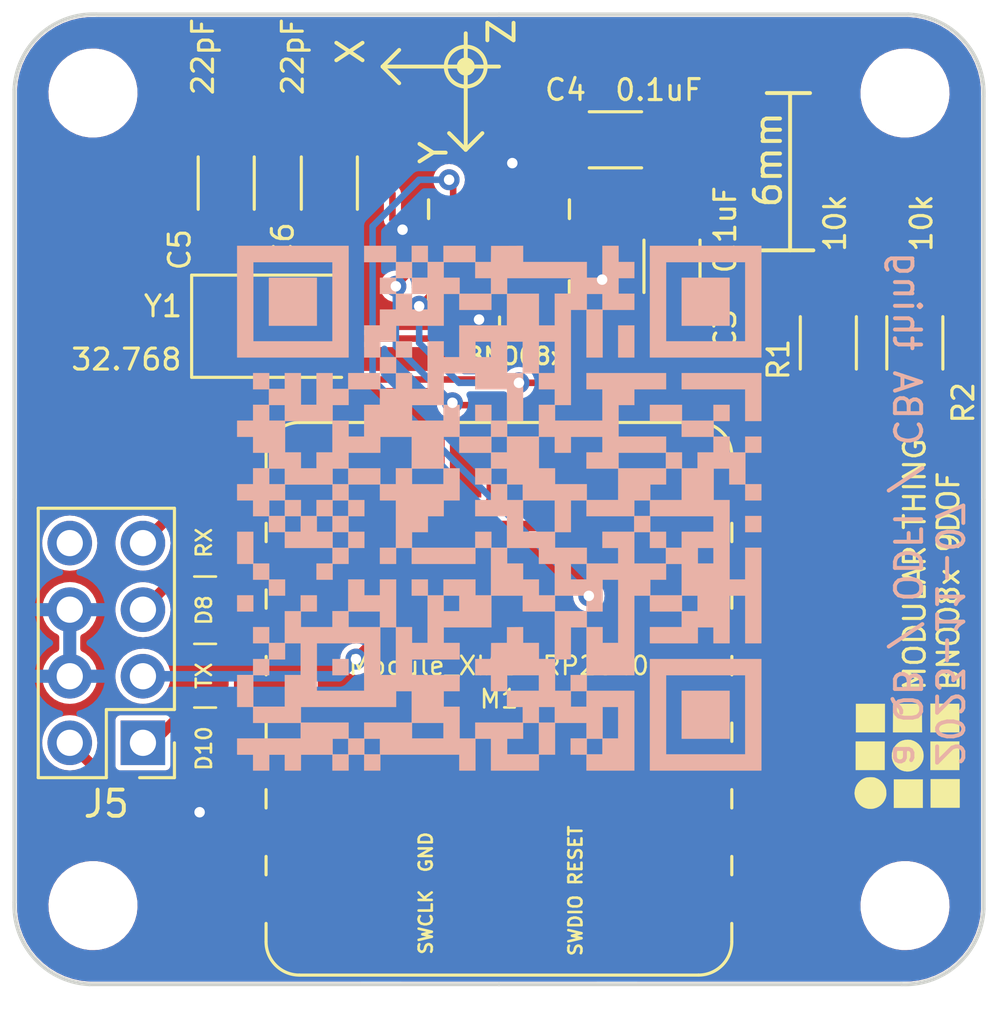
<source format=kicad_pcb>
(kicad_pcb (version 20221018) (generator pcbnew)
  (layers (0 "F.Cu" signal) (31 "B.Cu" signal) (34 "B.Paste" user) (35 "F.Paste" user) (36 "B.SilkS" user "B.Silkscreen") (37 "F.SilkS" user "F.Silkscreen") (38 "B.Mask" user) (39 "F.Mask" user) (44 "Edge.Cuts" user))
  (net 0 "")
  (net 1 "PWR_GND")
  (net 2 "B_P3")
  (net 3 "B_P2")
  (net 11 "PWR_5V")
  (net 12 "PWR_3V3")
  (net 15 "B_TX")
  (net 16 "B_RX")
  (net 18 "SDA")
  (net 19 "SCL")
  (net 21 "Net-(U2-CAP)")
  (net 22 "Net-(U2-XIN32)")
  (net 23 "Net-(U2-XOUT32{slash}CLKSEL1)")
  (net 26 "INT")
  (footprint "fab:C_1206" (layer "F.Cu") (at 144.145 49.784 180)
    (fp_text reference "C4" (at 1.905 1.905) (layer "F.SilkS") (effects (font (size 0.8 0.8) (thickness 0.12))))
    (fp_text value "0.1uF" (at -1.651 1.9) (layer "F.SilkS") (effects (font (size 0.8 0.8) (thickness 0.12))))
    (pad "1" smd rect (at -2 0 180) (size 2 1.7) (layers "F.Cu" "F.Paste" "F.Mask") (net 1 "PWR_GND"))
    (pad "2" smd rect (at 2 0 180) (size 2 1.7) (layers "F.Cu" "F.Paste" "F.Mask") (net 21 "Net-(U2-CAP)"))
  )
  (footprint "fab:Crystal_NX5032GA-20" (layer "F.Cu") (at 131.191 56.896)
    (fp_text reference "Y1" (at -4.318 -0.762) (layer "F.SilkS") (effects (font (size 0.8 0.8) (thickness 0.12))))
    (fp_text value "32.768" (at -5.715 1.27) (layer "F.SilkS") (effects (font (size 0.8 0.8) (thickness 0.12))))
    (pad "1" smd rect (at -2 0) (size 2 2.4) (layers "F.Cu" "F.Paste" "F.Mask") (net 22 "Net-(U2-XIN32)"))
    (pad "2" smd rect (at 2 0) (size 2 2.4) (layers "F.Cu" "F.Paste" "F.Mask") (net 23 "Net-(U2-XOUT32{slash}CLKSEL1)"))
  )
  (footprint "fab:Mounting_NEMA17" (layer "F.Cu") (at 139.7 63.5)
    (fp_text reference "REF**" hide)
    (fp_text value "Mounting_NEMA17" hide)
    (pad "" np_thru_hole circle locked (at -15.5 -15.5) (size 3.2 3.2) (drill 3.2) (layers "F&B.Cu" "*.Mask"))
    (pad "" np_thru_hole circle locked (at -15.5 15.5) (size 3.2 3.2) (drill 3.2) (layers "F&B.Cu" "*.Mask"))
    (pad "" np_thru_hole circle locked (at 15.5 -15.5) (size 3.2 3.2) (drill 3.2) (layers "F&B.Cu" "*.Mask"))
    (pad "" np_thru_hole circle locked (at 15.5 15.5) (size 3.2 3.2) (drill 3.2) (layers "F&B.Cu" "*.Mask"))
  )
  (footprint "fab:C_1206" (layer "F.Cu") (at 133.223 51.435 90)
    (fp_text reference "C6" (at -2.286 -1.778 90) (layer "F.SilkS") (effects (font (size 0.8 0.8) (thickness 0.12))))
    (fp_text value "22pF" (at 4.826 -1.397 90) (layer "F.SilkS") (effects (font (size 0.8 0.8) (thickness 0.12))))
    (pad "1" smd rect (at -2 0 90) (size 2 1.7) (layers "F.Cu" "F.Paste" "F.Mask") (net 23 "Net-(U2-XOUT32{slash}CLKSEL1)"))
    (pad "2" smd rect (at 2 0 90) (size 2 1.7) (layers "F.Cu" "F.Paste" "F.Mask") (net 1 "PWR_GND"))
  )
  (footprint "fab:SeeedStudio_XIAO_RP2040_SMD" (layer "F.Cu") (at 139.7 71.12 180)
    (fp_text reference "M1" (at 0 0 unlocked) (layer "F.SilkS") (effects (font (size 0.7 0.7) (thickness 0.1))))
    (fp_text value "Module_XIAO-RP2040" (at 0.005 1.27 unlocked) (layer "F.SilkS") (effects (font (size 0.7 0.7) (thickness 0.1))))
    (fp_text user "SWCLK" (at 2.794 -8.509 90 unlocked) (layer "F.SilkS") (effects (font (size 0.5 0.5) (thickness 0.1) bold)))
    (fp_text user "GND" (at 2.794 -5.842 90 unlocked) (layer "F.SilkS") (effects (font (size 0.5 0.5) (thickness 0.1) bold)))
    (fp_text user "SWDIO" (at -2.921 -8.636 90 unlocked) (layer "F.SilkS") (effects (font (size 0.5 0.5) (thickness 0.1) bold)))
    (fp_text user "RESET" (at -2.921 -5.969 90 unlocked) (layer "F.SilkS") (effects (font (size 0.5 0.5) (thickness 0.1) bold)))
    (pad "1" smd rect (at -7.615 -7.62 180) (size 3 1.6) (drill (offset -1 0)) (layers "F.Cu" "F.Paste" "F.Mask"))
    (pad "2" smd rect (at -7.615 -5.08 180) (size 3 1.6) (drill (offset -1 0)) (layers "F.Cu" "F.Paste" "F.Mask"))
    (pad "3" smd rect (at -7.615 -2.54 180) (size 3 1.6) (drill (offset -1 0)) (layers "F.Cu" "F.Paste" "F.Mask"))
    (pad "4" smd rect (at -7.615 0 180) (size 3 1.6) (drill (offset -1 0)) (layers "F.Cu" "F.Paste" "F.Mask") (net 26 "INT"))
    (pad "5" smd rect (at -7.615 2.54 180) (size 3 1.6) (drill (offset -1 0)) (layers "F.Cu" "F.Paste" "F.Mask") (net 18 "SDA"))
    (pad "6" smd rect (at -7.615 5.08 180) (size 3 1.6) (drill (offset -1 0)) (layers "F.Cu" "F.Paste" "F.Mask") (net 19 "SCL"))
    (pad "7" smd rect (at -7.615 7.62 180) (size 3 1.6) (drill (offset -1 0)) (layers "F.Cu" "F.Paste" "F.Mask") (net 15 "B_TX"))
    (pad "8" smd rect (at 7.62 7.62 180) (size 3 1.6) (drill (offset 1 0)) (layers "F.Cu" "F.Paste" "F.Mask") (net 16 "B_RX"))
    (pad "9" smd rect (at 7.62 5.08 180) (size 3 1.6) (drill (offset 1 0)) (layers "F.Cu" "F.Paste" "F.Mask") (net 3 "B_P2"))
    (pad "10" smd rect (at 7.62 2.54 180) (size 3 1.6) (drill (offset 1 0)) (layers "F.Cu" "F.Paste" "F.Mask"))
    (pad "11" smd rect (at 7.62 0 180) (size 3 1.6) (drill (offset 1 0)) (layers "F.Cu" "F.Paste" "F.Mask") (net 2 "B_P3"))
    (pad "12" smd rect (at 7.62 -2.54 180) (size 3 1.6) (drill (offset 1 0)) (layers "F.Cu" "F.Paste" "F.Mask") (net 12 "PWR_3V3"))
    (pad "13" smd rect (at 7.62 -5.08 180) (size 3 1.6) (drill (offset 1 0)) (layers "F.Cu" "F.Paste" "F.Mask") (net 1 "PWR_GND"))
    (pad "14" smd rect (at 7.62 -7.62 180) (size 3 1.6) (drill (offset 1 0)) (layers "F.Cu" "F.Paste" "F.Mask") (net 11 "PWR_5V"))
    (pad "15" smd rect (at 1.275 8.89 90) (size 2.4 1.2) (layers "F.Cu" "F.Paste" "F.Mask"))
    (pad "16" smd rect (at -1.265 8.89 90) (size 2.4 1.2) (layers "F.Cu" "F.Paste" "F.Mask"))
    (pad "17" smd circle (at -1.27 -8.5 180) (size 1.2 1.2) (layers "F.Cu" "F.Paste" "F.Mask"))
    (pad "18" smd circle (at -1.27 -5.96 180) (size 1.2 1.2) (layers "F.Cu" "F.Paste" "F.Mask"))
    (pad "19" smd circle (at 1.27 -5.96 180) (size 1.2 1.2) (layers "F.Cu" "F.Paste" "F.Mask"))
    (pad "20" smd circle (at 1.27 -8.5 180) (size 1.2 1.2) (layers "F.Cu" "F.Paste" "F.Mask"))
    (zone (net 0) (net_name "") (layers "F.Cu" "F.Paste" "F.Mask" "User.1") (name "USB_MECHA") (connect_pads (clearance 0)) (min_thickness 0.25)
      (keepout (tracks not_allowed) (vias not_allowed) (pads not_allowed) (copperpour not_allowed) (footprints not_allowed))
      (fill (thermal_gap 0.5) (thermal_bridge_width 0.5))
      (polygon (pts (xy 135.9 77.62) (xy 134.5 77.62) (xy 134.5 75.42) (xy 135.9 75.42)))
    )
    (zone (net 0) (net_name "") (layers "F.Cu" "F.Paste" "F.Mask" "User.1") (name "USB_MECHA") (connect_pads (clearance 0)) (min_thickness 0.25)
      (keepout (tracks not_allowed) (vias not_allowed) (pads not_allowed) (copperpour not_allowed) (footprints not_allowed))
      (fill (thermal_gap 0.5) (thermal_bridge_width 0.5))
      (polygon (pts (xy 135.9 81.67) (xy 134.5 81.67) (xy 134.5 79.62) (xy 135.9 79.62)))
    )
    (zone (net 0) (net_name "") (layers "F.Cu" "F.Paste" "F.Mask" "User.1") (name "USB_MECHA") (connect_pads (clearance 0)) (min_thickness 0.25)
      (keepout (tracks not_allowed) (vias not_allowed) (pads not_allowed) (copperpour not_allowed) (footprints not_allowed))
      (fill (thermal_gap 0.5) (thermal_bridge_width 0.5))
      (polygon (pts (xy 144.9 77.62) (xy 143.5 77.62) (xy 143.5 75.42) (xy 144.9 75.42)))
    )
    (zone (net 0) (net_name "") (layers "F.Cu" "F.Paste" "F.Mask" "User.1") (name "USB_MECHA") (connect_pads (clearance 0)) (min_thickness 0.25)
      (keepout (tracks not_allowed) (vias not_allowed) (pads not_allowed) (copperpour not_allowed) (footprints not_allowed))
      (fill (thermal_gap 0.5) (thermal_bridge_width 0.5))
      (polygon (pts (xy 144.9 81.67) (xy 143.5 81.67) (xy 143.5 79.62) (xy 144.9 79.62)))
    )
  )
  (footprint "fab:R_1206" (layer "F.Cu") (at 155.575 57.531 -90)
    (fp_text reference "R2" (at 2.286 -1.85 90) (layer "F.SilkS") (effects (font (size 0.8 0.8) (thickness 0.12))))
    (fp_text value "10k" (at -4.572 -0.254 90) (layer "F.SilkS") (effects (font (size 0.8 0.8) (thickness 0.12))))
    (pad "1" smd rect (at -2 0 270) (size 2 1.7) (layers "F.Cu" "F.Paste" "F.Mask") (net 12 "PWR_3V3"))
    (pad "2" smd rect (at 2 0 270) (size 2 1.7) (layers "F.Cu" "F.Paste" "F.Mask") (net 18 "SDA"))
  )
  (footprint "fab:PinHeader_2x04_P2.54mm_Vertical_pinch" (layer "F.Cu") (at 125.98 72.79 180)
    (fp_text reference "J5" (at 1.27 -2.33) (layer "F.SilkS"))
    (fp_text value "Conn_02x04_Odd_Even" hide)
    (pad "1" thru_hole rect (at -0.127 0 180) (size 1.7 1.7) (drill 1) (layers "*.Cu" "*.Mask") (net 2 "B_P3"))
    (pad "2" thru_hole oval (at 2.667 0 180) (size 1.7 1.7) (drill 1) (layers "*.Cu" "*.Mask") (net 11 "PWR_5V"))
    (pad "3" thru_hole oval (at -0.127 2.54 180) (size 1.7 1.7) (drill 1) (layers "*.Cu" "*.Mask") (net 15 "B_TX"))
    (pad "4" thru_hole oval (at 2.667 2.54 180) (size 1.7 1.7) (drill 1) (layers "*.Cu" "*.Mask") (net 1 "PWR_GND"))
    (pad "5" thru_hole oval (at -0.127 5.08 180) (size 1.7 1.7) (drill 1) (layers "*.Cu" "*.Mask") (net 3 "B_P2"))
    (pad "6" thru_hole oval (at 2.667 5.08 180) (size 1.7 1.7) (drill 1) (layers "*.Cu" "*.Mask") (net 1 "PWR_GND"))
    (pad "7" thru_hole oval (at -0.127 7.62 180) (size 1.7 1.7) (drill 1) (layers "*.Cu" "*.Mask") (net 16 "B_RX"))
    (pad "8" thru_hole oval (at 2.667 7.62 180) (size 1.7 1.7) (drill 1) (layers "*.Cu" "*.Mask"))
  )
  (footprint "fab:R_1206" (layer "F.Cu") (at 152.273 57.531 -90)
    (fp_text reference "R1" (at 0.635 1.905 90) (layer "F.SilkS") (effects (font (size 0.8 0.8) (thickness 0.12))))
    (fp_text value "10k" (at -4.572 -0.254 90) (layer "F.SilkS") (effects (font (size 0.8 0.8) (thickness 0.12))))
    (pad "1" smd rect (at -2 0 270) (size 2 1.7) (layers "F.Cu" "F.Paste" "F.Mask") (net 12 "PWR_3V3"))
    (pad "2" smd rect (at 2 0 270) (size 2 1.7) (layers "F.Cu" "F.Paste" "F.Mask") (net 19 "SCL"))
  )
  (footprint "BNO080:IC_BNO080" (layer "F.Cu") (at 139.7 53.975 180)
    (fp_text reference "U2" (at -0.508 -2.921) (layer "F.SilkS") (effects (font (size 0.64 0.64) (thickness 0.12))))
    (fp_text value "BNO08x" (at -0.635 -4.064) (layer "F.SilkS") (effects (font (size 0.64 0.64) (thickness 0.12))))
    (pad "1" smd rect (at -2.25 -1.5625 270) (size 0.675 0.25) (layers "F.Cu" "F.Paste" "F.Mask"))
    (pad "2" smd rect (at -2.3125 -0.75 180) (size 0.575 0.25) (layers "F.Cu" "F.Paste" "F.Mask") (net 1 "PWR_GND"))
    (pad "3" smd rect (at -2.3125 -0.25 180) (size 0.575 0.25) (layers "F.Cu" "F.Paste" "F.Mask") (net 12 "PWR_3V3"))
    (pad "4" smd rect (at -2.3125 0.25 180) (size 0.575 0.25) (layers "F.Cu" "F.Paste" "F.Mask") (net 12 "PWR_3V3"))
    (pad "5" smd rect (at -2.3125 0.75 180) (size 0.575 0.25) (layers "F.Cu" "F.Paste" "F.Mask"))
    (pad "6" smd rect (at -2.25 1.5625 90) (size 0.675 0.25) (layers "F.Cu" "F.Paste" "F.Mask"))
    (pad "7" smd rect (at -1.75 1.5625 90) (size 0.675 0.25) (layers "F.Cu" "F.Paste" "F.Mask"))
    (pad "8" smd rect (at -1.25 1.5625 90) (size 0.675 0.25) (layers "F.Cu" "F.Paste" "F.Mask"))
    (pad "9" smd rect (at -0.75 1.5625 90) (size 0.675 0.25) (layers "F.Cu" "F.Paste" "F.Mask") (net 21 "Net-(U2-CAP)"))
    (pad "10" smd rect (at -0.25 1.5625 90) (size 0.675 0.25) (layers "F.Cu" "F.Paste" "F.Mask") (net 1 "PWR_GND"))
    (pad "11" smd rect (at 0.25 1.5625 90) (size 0.675 0.25) (layers "F.Cu" "F.Paste" "F.Mask") (net 12 "PWR_3V3"))
    (pad "12" smd rect (at 0.75 1.5625 90) (size 0.675 0.25) (layers "F.Cu" "F.Paste" "F.Mask"))
    (pad "13" smd rect (at 1.25 1.5625 90) (size 0.675 0.25) (layers "F.Cu" "F.Paste" "F.Mask"))
    (pad "14" smd rect (at 1.75 1.5625 90) (size 0.675 0.25) (layers "F.Cu" "F.Paste" "F.Mask") (net 26 "INT"))
    (pad "15" smd rect (at 2.25 1.5625 90) (size 0.675 0.25) (layers "F.Cu" "F.Paste" "F.Mask"))
    (pad "16" smd rect (at 2.3125 0.75) (size 0.575 0.25) (layers "F.Cu" "F.Paste" "F.Mask"))
    (pad "17" smd rect (at 2.3125 0.25) (size 0.575 0.25) (layers "F.Cu" "F.Paste" "F.Mask") (net 1 "PWR_GND"))
    (pad "18" smd rect (at 2.3125 -0.25) (size 0.575 0.25) (layers "F.Cu" "F.Paste" "F.Mask") (net 12 "PWR_3V3"))
    (pad "19" smd rect (at 2.3125 -0.75) (size 0.575 0.25) (layers "F.Cu" "F.Paste" "F.Mask") (net 19 "SCL"))
    (pad "20" smd rect (at 2.25 -1.5625 270) (size 0.675 0.25) (layers "F.Cu" "F.Paste" "F.Mask") (net 18 "SDA"))
    (pad "21" smd rect (at 1.75 -1.5625 270) (size 0.675 0.25) (layers "F.Cu" "F.Paste" "F.Mask"))
    (pad "22" smd rect (at 1.25 -1.5625 270) (size 0.675 0.25) (layers "F.Cu" "F.Paste" "F.Mask"))
    (pad "23" smd rect (at 0.75 -1.5625 270) (size 0.675 0.25) (layers "F.Cu" "F.Paste" "F.Mask"))
    (pad "24" smd rect (at 0.25 -1.5625 270) (size 0.675 0.25) (layers "F.Cu" "F.Paste" "F.Mask"))
    (pad "25" smd rect (at -0.25 -1.5625 270) (size 0.675 0.25) (layers "F.Cu" "F.Paste" "F.Mask") (net 1 "PWR_GND"))
    (pad "26" smd rect (at -0.75 -1.5625 270) (size 0.675 0.25) (layers "F.Cu" "F.Paste" "F.Mask") (net 23 "Net-(U2-XOUT32{slash}CLKSEL1)"))
    (pad "27" smd rect (at -1.25 -1.5625 270) (size 0.675 0.25) (layers "F.Cu" "F.Paste" "F.Mask") (net 22 "Net-(U2-XIN32)"))
    (pad "28" smd rect (at -1.75 -1.5625 270) (size 0.675 0.25) (layers "F.Cu" "F.Paste" "F.Mask") (net 12 "PWR_3V3"))
  )
  (footprint "fab:cba_logo" (layer "F.Cu") (at 155.194 73.152 90)
    (fp_text reference "Ref**" hide)
    (fp_text value "Val**" hide)
  )
  (footprint "fab:C_1206" (layer "F.Cu") (at 129.286 51.435 90)
    (fp_text reference "C5" (at -2.54 -1.778 90) (layer "F.SilkS") (effects (font (size 0.8 0.8) (thickness 0.12))))
    (fp_text value "22pF" (at 4.826 -0.889 90) (layer "F.SilkS") (effects (font (size 0.8 0.8) (thickness 0.12))))
    (pad "1" smd rect (at -2 0 90) (size 2 1.7) (layers "F.Cu" "F.Paste" "F.Mask") (net 22 "Net-(U2-XIN32)"))
    (pad "2" smd rect (at 2 0 90) (size 2 1.7) (layers "F.Cu" "F.Paste" "F.Mask") (net 1 "PWR_GND"))
  )
  (footprint "fab:C_1206" (layer "F.Cu") (at 146.304 54.61 -90)
    (fp_text reference "C3" (at 2.413 -2.032 -90) (layer "F.SilkS") (effects (font (size 0.8 0.8) (thickness 0.12))))
    (fp_text value "0.1uF" (at -1.397 -2.032 -90) (layer "F.SilkS") (effects (font (size 0.8 0.8) (thickness 0.12))))
    (pad "1" smd rect (at -2 0 270) (size 2 1.7) (layers "F.Cu" "F.Paste" "F.Mask") (net 12 "PWR_3V3"))
    (pad "2" smd rect (at 2 0 270) (size 2 1.7) (layers "F.Cu" "F.Paste" "F.Mask") (net 1 "PWR_GND"))
  )
  (footprint "fab:qr_programmer" (layer "B.Cu") (at 139.7 63.5 180)
    (fp_text reference "Ref**" hide)
    (fp_text value "Val**" hide)
  )
  (gr_line (start 151.7015 54) (end 149.1615 54) (stroke (width 0.15)) (layer "F.SilkS"))
  (gr_line (start 151.5745 48) (end 149.9235 48) (stroke (width 0.15)) (layer "F.SilkS"))
  (gr_line (start 138.43 45.72) (end 138.43 50.165) (stroke (width 0.15)) (layer "F.SilkS"))
  (gr_line (start 138.43 50.165) (end 139.065 49.53) (stroke (width 0.15)) (layer "F.SilkS"))
  (gr_line (start 150.8125 48) (end 150.8125 54) (stroke (width 0.15)) (layer "F.SilkS"))
  (gr_line (start 138.43 50.165) (end 137.795 49.53) (stroke (width 0.15)) (layer "F.SilkS"))
  (gr_circle (center 138.43 46.99) (end 138.700006 46.99) (stroke (width 0.15)) (fill solid) (layer "F.SilkS"))
  (gr_circle (center 138.43 46.99) (end 139.192 46.99) (stroke (width 0.15)) (fill none) (layer "F.SilkS"))
  (gr_line (start 135.255 46.99) (end 135.89 46.355) (stroke (width 0.15)) (layer "F.SilkS"))
  (gr_line (start 139.7 46.99) (end 135.255 46.99) (stroke (width 0.15)) (layer "F.SilkS"))
  (gr_line (start 135.255 46.99) (end 135.89 47.625) (stroke (width 0.15)) (layer "F.SilkS"))
  (gr_line (start 155.329999 45) (end 139.7 45) (stroke (width 0.15)) (layer "Edge.Cuts"))
  (gr_line (start 121.2 63.5) (end 121.2 78.869999) (stroke (width 0.15)) (layer "Edge.Cuts"))
  (gr_line (start 139.7 45) (end 124.330001 45) (stroke (width 0.15)) (layer "Edge.Cuts"))
  (gr_arc (start 121.2 47.870001) (mid 122.170603 45.786756) (end 124.330001 45) (stroke (width 0.15)) (layer "Edge.Cuts"))
  (gr_line (start 158.2 63.5) (end 158.2 48.130001) (stroke (width 0.15)) (layer "Edge.Cuts"))
  (gr_line (start 124.070001 82) (end 139.7 82) (stroke (width 0.15)) (layer "Edge.Cuts"))
  (gr_line (start 158.2 79.129999) (end 158.2 63.5) (stroke (width 0.15)) (layer "Edge.Cuts"))
  (gr_arc (start 124.070001 82) (mid 121.986756 81.029396) (end 121.2 78.869999) (stroke (width 0.15)) (layer "Edge.Cuts"))
  (gr_line (start 121.2 47.870001) (end 121.2 63.5) (stroke (width 0.15)) (layer "Edge.Cuts"))
  (gr_arc (start 155.329999 45) (mid 157.413244 45.970604) (end 158.2 48.130001) (stroke (width 0.15)) (layer "Edge.Cuts"))
  (gr_arc (start 158.2 79.129999) (mid 157.229396 81.213244) (end 155.069999 82) (stroke (width 0.15)) (layer "Edge.Cuts"))
  (gr_line (start 139.7 82) (end 155.069999 82) (stroke (width 0.15)) (layer "Edge.Cuts"))
  (gr_text "2023-11-07\na QB / ODFI / CBA thing" (at 154.686 73.787 270) (layer "B.SilkS") (effects (font (size 1 1)) (justify left bottom mirror)))
  (gr_text "MODULAR THING\nBNO08x 9DOF" (at 157.3276 70.866 90) (layer "F.SilkS") (effects (font (size 0.8 0.8) (thickness 0.12)) (justify left bottom)))
  (gr_text "Z" (at 140.3858 46.228 90) (layer "F.SilkS") (effects (font (size 1 1)) (justify left bottom)))
  (gr_text "Y" (at 137.795 50.8 90) (layer "F.SilkS") (effects (font (size 1 1)) (justify left bottom)))
  (gr_text "X" (at 134.62 46.99 90) (layer "F.SilkS") (effects (font (size 1 1)) (justify left bottom)))
  (gr_text "6mm" (at 150.5585 52.451 90) (layer "F.SilkS") (effects (font (size 1 1)) (justify left bottom)))
  (gr_text "D10 | TX | D8 | RX" (at 128.778 73.914 90) (layer "F.SilkS") (effects (font (size 0.58 0.58) (thickness 0.1)) (justify left bottom)))
  (segment (start 143.244 54.725) (end 145.129 56.61) (width 0.25) (layer "F.Cu") (net 1))
  (segment (start 135.631701 52.827701) (end 135.631701 51.843701) (width 0.25) (layer "F.Cu") (net 1))
  (segment (start 129.032 76.2) (end 128.27 75.438) (width 0.4) (layer "F.Cu") (net 1))
  (segment (start 139.95 54.925) (end 139.95 55.5375) (width 0.25) (layer "F.Cu") (net 1))
  (segment (start 145.129 56.61) (end 146.304 56.61) (width 0.25) (layer "F.Cu") (net 1))
  (segment (start 137.3875 53.725) (end 136.529 53.725) (width 0.25) (layer "F.Cu") (net 1))
  (segment (start 136.529 53.725) (end 135.631701 52.827701) (width 0.25) (layer "F.Cu") (net 1))
  (segment (start 132.08 76.2) (end 129.032 76.2) (width 0.4) (layer "F.Cu") (net 1))
  (segment (start 147.701 50.292) (end 147.701 55.213) (width 0.25) (layer "F.Cu") (net 1))
  (segment (start 135.631701 51.843701) (end 133.223 49.435) (width 0.25) (layer "F.Cu") (net 1))
  (segment (start 139.458 56.642) (end 138.938 56.642) (width 0.25) (layer "F.Cu") (net 1))
  (segment (start 133.223 49.435) (end 129.286 49.435) (width 0.25) (layer "F.Cu") (net 1))
  (segment (start 147.193 49.784) (end 147.701 50.292) (width 0.25) (layer "F.Cu") (net 1))
  (segment (start 140.15 54.725) (end 139.95 54.925) (width 0.25) (layer "F.Cu") (net 1))
  (segment (start 139.95 55.5375) (end 139.95 56.15) (width 0.25) (layer "F.Cu") (net 1))
  (segment (start 142.0125 54.725) (end 140.15 54.725) (width 0.25) (layer "F.Cu") (net 1))
  (segment (start 142.0125 54.725) (end 143.244 54.725) (width 0.25) (layer "F.Cu") (net 1))
  (segment (start 139.95 56.15) (end 139.458 56.642) (width 0.25) (layer "F.Cu") (net 1))
  (segment (start 139.95 50.931) (end 140.208 50.673) (width 0.25) (layer "F.Cu") (net 1))
  (segment (start 123.313 70.25) (end 123.313 67.71) (width 0.4) (layer "F.Cu") (net 1))
  (segment (start 139.95 52.4125) (end 139.95 50.931) (width 0.25) (layer "F.Cu") (net 1))
  (segment (start 146.145 49.784) (end 147.193 49.784) (width 0.25) (layer "F.Cu") (net 1))
  (segment (start 147.701 55.213) (end 146.304 56.61) (width 0.25) (layer "F.Cu") (net 1))
  (via (at 136.017 53.213) (size 0.8) (drill 0.4) (layers "F.Cu" "B.Cu") (net 1))
  (via (at 140.208 50.673) (size 0.8) (drill 0.4) (layers "F.Cu" "B.Cu") (net 1))
  (via (at 128.27 75.438) (size 0.8) (drill 0.4) (layers "F.Cu" "B.Cu") (net 1))
  (via (at 138.938 56.642) (size 0.8) (drill 0.4) (layers "F.Cu" "B.Cu") (net 1))
  (via (at 143.637 55.118) (size 0.8) (drill 0.4) (layers "F.Cu" "B.Cu") (net 1))
  (segment (start 126.473 72.79) (end 126.107 72.79) (width 0.4) (layer "F.Cu") (net 2))
  (segment (start 128.143 71.12) (end 126.473 72.79) (width 0.4) (layer "F.Cu") (net 2))
  (segment (start 132.08 71.12) (end 128.143 71.12) (width 0.4) (layer "F.Cu") (net 2))
  (segment (start 127.777 66.04) (end 132.08 66.04) (width 0.4) (layer "F.Cu") (net 3))
  (segment (start 126.107 67.71) (end 127.777 66.04) (width 0.4) (layer "F.Cu") (net 3))
  (segment (start 123.313 72.79) (end 129.263 78.74) (width 0.4) (layer "F.Cu") (net 11))
  (segment (start 129.263 78.74) (end 132.08 78.74) (width 0.4) (layer "F.Cu") (net 11))
  (segment (start 139.319 64.516) (end 134.239 69.596) (width 0.4) (layer "F.Cu") (net 15))
  (segment (start 147.315 63.5) (end 146.299 64.516) (width 0.4) (layer "F.Cu") (net 15))
  (segment (start 146.299 64.516) (end 139.319 64.516) (width 0.4) (layer "F.Cu") (net 15))
  (via (at 134.239 69.596) (size 0.8) (drill 0.4) (layers "F.Cu" "B.Cu") (net 15))
  (segment (start 133.585 70.25) (end 134.239 69.596) (width 0.4) (layer "B.Cu") (net 15))
  (segment (start 126.107 70.25) (end 133.585 70.25) (width 0.4) (layer "B.Cu") (net 15))
  (segment (start 127.777 63.5) (end 132.08 63.5) (width 0.4) (layer "F.Cu") (net 16))
  (segment (start 126.107 65.17) (end 127.777 63.5) (width 0.4) (layer "F.Cu") (net 16))
  (segment (start 151.265 58.039) (end 150.249 59.055) (width 0.25) (layer "F.Cu") (net 18))
  (segment (start 137.45 55.5375) (end 137.2485 55.5375) (width 0.25) (layer "F.Cu") (net 18))
  (segment (start 137.2485 55.5375) (end 136.652 56.134) (width 0.25) (layer "F.Cu") (net 18))
  (segment (start 149.733 68.58) (end 153.924 64.389) (width 0.25) (layer "F.Cu") (net 18))
  (segment (start 150.249 59.055) (end 140.462 59.055) (width 0.25) (layer "F.Cu") (net 18))
  (segment (start 153.924 58.674) (end 153.289 58.039) (width 0.25) (layer "F.Cu") (net 18))
  (segment (start 153.924 64.389) (end 153.924 59.944) (width 0.25) (layer "F.Cu") (net 18))
  (segment (start 153.924 59.531) (end 155.575 59.531) (width 0.25) (layer "F.Cu") (net 18))
  (segment (start 153.924 59.944) (end 153.924 59.531) (width 0.25) (layer "F.Cu") (net 18))
  (segment (start 153.289 58.039) (end 151.265 58.039) (width 0.25) (layer "F.Cu") (net 18))
  (segment (start 153.924 59.531) (end 153.924 58.674) (width 0.25) (layer "F.Cu") (net 18))
  (segment (start 147.315 68.58) (end 149.733 68.58) (width 0.25) (layer "F.Cu") (net 18))
  (via (at 140.462 59.055) (size 0.8) (drill 0.4) (layers "F.Cu" "B.Cu") (net 18))
  (via (at 136.652 56.134) (size 0.8) (drill 0.4) (layers "F.Cu" "B.Cu") (net 18))
  (segment (start 136.652 56.134) (end 136.652 57.531) (width 0.25) (layer "B.Cu") (net 18))
  (segment (start 136.652 57.531) (end 138.176 59.055) (width 0.25) (layer "B.Cu") (net 18))
  (segment (start 138.176 59.055) (end 140.462 59.055) (width 0.25) (layer "B.Cu") (net 18))
  (segment (start 151.8975 59.9065) (end 152.273 59.531) (width 0.25) (layer "F.Cu") (net 19))
  (segment (start 138.0115 59.9065) (end 150.749 59.9065) (width 0.25) (layer "F.Cu") (net 19))
  (segment (start 150.749 59.9065) (end 150.749 64.77) (width 0.25) (layer "F.Cu") (net 19))
  (segment (start 151.86 59.944) (end 152.273 59.531) (width 0.25) (layer "F.Cu") (net 19))
  (segment (start 150.749 64.77) (end 149.479 66.04) (width 0.25) (layer "F.Cu") (net 19))
  (segment (start 136.41 54.725) (end 135.763 55.372) (width 0.25) (layer "F.Cu") (net 19))
  (segment (start 137.922 59.817) (end 138.0115 59.9065) (width 0.25) (layer "F.Cu") (net 19))
  (segment (start 149.479 66.04) (end 147.315 66.04) (width 0.25) (layer "F.Cu") (net 19))
  (segment (start 137.3875 54.725) (end 136.41 54.725) (width 0.25) (layer "F.Cu") (net 19))
  (segment (start 150.749 59.9065) (end 151.8975 59.9065) (width 0.25) (layer "F.Cu") (net 19))
  (via (at 135.763 55.372) (size 0.8) (drill 0.4) (layers "F.Cu" "B.Cu") (net 19))
  (via (at 137.922 59.817) (size 0.8) (drill 0.4) (layers "F.Cu" "B.Cu") (net 19))
  (segment (start 135.763 57.658) (end 135.763 55.372) (width 0.25) (layer "B.Cu") (net 19))
  (segment (start 137.922 59.817) (end 135.763 57.658) (width 0.25) (layer "B.Cu") (net 19))
  (segment (start 140.45 51.828) (end 142.145 50.133) (width 0.25) (layer "F.Cu") (net 21))
  (segment (start 140.45 52.4125) (end 140.45 51.828) (width 0.25) (layer "F.Cu") (net 21))
  (segment (start 142.145 50.133) (end 142.145 49.784) (width 0.25) (layer "F.Cu") (net 21))
  (segment (start 140.95 57.424) (end 140.95 55.5375) (width 0.25) (layer "F.Cu") (net 22))
  (segment (start 129.191 56.896) (end 129.191 57.69) (width 0.25) (layer "F.Cu") (net 22))
  (segment (start 129.286 53.435) (end 129.286 56.801) (width 0.25) (layer "F.Cu") (net 22))
  (segment (start 129.191 57.69) (end 130.429 58.928) (width 0.25) (layer "F.Cu") (net 22))
  (segment (start 139.446 58.928) (end 140.95 57.424) (width 0.25) (layer "F.Cu") (net 22))
  (segment (start 130.429 58.928) (end 139.446 58.928) (width 0.25) (layer "F.Cu") (net 22))
  (segment (start 129.286 56.801) (end 129.191 56.896) (width 0.25) (layer "F.Cu") (net 22))
  (segment (start 133.223 53.435) (end 133.223 56.864) (width 0.25) (layer "F.Cu") (net 23))
  (segment (start 133.223 56.864) (end 133.191 56.896) (width 0.25) (layer "F.Cu") (net 23))
  (segment (start 139.36919 57.3665) (end 140.45 56.28569) (width 0.25) (layer "F.Cu") (net 23))
  (segment (start 133.191 56.896) (end 133.6615 57.3665) (width 0.25) (layer "F.Cu") (net 23))
  (segment (start 133.6615 57.3665) (end 139.36919 57.3665) (width 0.25) (layer "F.Cu") (net 23))
  (segment (start 140.45 56.28569) (end 140.45 55.5375) (width 0.25) (layer "F.Cu") (net 23))
  (segment (start 137.95 52.4125) (end 137.95 51.463) (width 0.25) (layer "F.Cu") (net 26))
  (segment (start 137.95 51.463) (end 137.795 51.308) (width 0.25) (layer "F.Cu") (net 26))
  (segment (start 147.066 71.12) (end 143.129 67.183) (width 0.25) (layer "F.Cu") (net 26))
  (segment (start 147.315 71.12) (end 147.066 71.12) (width 0.25) (layer "F.Cu") (net 26))
  (via (at 137.795 51.308) (size 0.8) (drill 0.4) (layers "F.Cu" "B.Cu") (net 26))
  (via (at 143.129 67.183) (size 0.8) (drill 0.4) (layers "F.Cu" "B.Cu") (net 26))
  (segment (start 134.874 58.928) (end 143.129 67.183) (width 0.25) (layer "B.Cu") (net 26))
  (segment (start 134.874 53.086) (end 134.874 58.928) (width 0.25) (layer "B.Cu") (net 26))
  (segment (start 137.795 51.308) (end 136.652 51.308) (width 0.25) (layer "B.Cu") (net 26))
  (segment (start 136.652 51.308) (end 134.874 53.086) (width 0.25) (layer "B.Cu") (net 26))
  (zone (net 12) (net_name "PWR_3V3") (layer "F.Cu") (connect_pads (clearance 0.15)) (min_thickness 0.25) (fill yes (thermal_gap 0.5) (thermal_bridge_width 0.5))
    (polygon (pts (xy 120.65 44.45) (xy 158.75 44.45) (xy 158.75 82.55) (xy 120.65 82.55)))
  )
  (zone (net 1) (net_name "PWR_GND") (layer "B.Cu") (connect_pads (clearance 0.15)) (min_thickness 0.25) (fill yes (thermal_gap 0.5) (thermal_bridge_width 0.5))
    (polygon (pts (xy 120.65 44.45) (xy 158.75 44.45) (xy 158.75 82.55) (xy 120.65 82.55)))
  )
)
</source>
